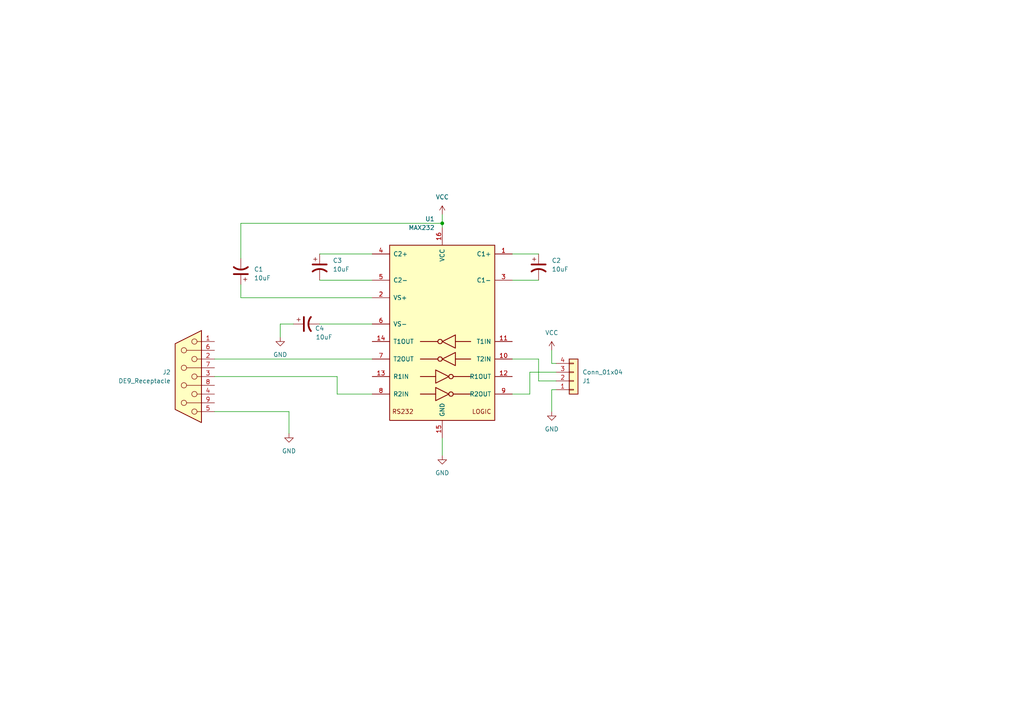
<source format=kicad_sch>
(kicad_sch (version 20230121) (generator eeschema)
  (paper "A4")
  (title_block (title "RS232 to Serial Port") (date "2023-09-08") (rev "1.0") (company "CoE KKU"))
  (lib_symbols
    (symbol "Connector:DE9_Receptacle" (pin_names (offset 1.016) hide)
      (property "Reference" "J" (at 0 13.97 0))
      (property "Value" "DE9_Receptacle" (at 0 -14.605 0))
      (symbol "DE9_Receptacle_0_1"
        (circle (center -1.778 -10.16) (radius 0.762))
        (circle (center -1.778 -5.08) (radius 0.762))
        (circle (center -1.778 0) (radius 0.762))
        (circle (center -1.778 5.08) (radius 0.762))
        (circle (center -1.778 10.16) (radius 0.762))
        (polyline (pts (xy -3.81 -10.16) (xy -2.54 -10.16)))
        (polyline (pts (xy -3.81 -7.62) (xy 0.508 -7.62)))
        (polyline (pts (xy -3.81 -5.08) (xy -2.54 -5.08)))
        (polyline (pts (xy -3.81 -2.54) (xy 0.508 -2.54)))
        (polyline (pts (xy -3.81 0) (xy -2.54 0)))
        (polyline (pts (xy -3.81 2.54) (xy 0.508 2.54)))
        (polyline (pts (xy -3.81 5.08) (xy -2.54 5.08)))
        (polyline (pts (xy -3.81 7.62) (xy 0.508 7.62)))
        (polyline (pts (xy -3.81 10.16) (xy -2.54 10.16)))
        (polyline (pts (xy -3.81 13.335) (xy -3.81 -13.335) (xy 3.81 -9.525) (xy 3.81 9.525) (xy -3.81 13.335)) (stroke (width 0.254)) (fill (type background)))
        (circle (center 1.27 -7.62) (radius 0.762))
        (circle (center 1.27 -2.54) (radius 0.762))
        (circle (center 1.27 2.54) (radius 0.762))
        (circle (center 1.27 7.62) (radius 0.762))
      )
      (symbol "DE9_Receptacle_1_1"
        (pin passive line (at -7.62 10.16 0) (length 3.81) (name "1") (number "1"))
        (pin passive line (at -7.62 5.08 0) (length 3.81) (name "2") (number "2"))
        (pin passive line (at -7.62 0 0) (length 3.81) (name "3") (number "3"))
        (pin passive line (at -7.62 -5.08 0) (length 3.81) (name "4") (number "4"))
        (pin passive line (at -7.62 -10.16 0) (length 3.81) (name "5") (number "5"))
        (pin passive line (at -7.62 7.62 0) (length 3.81) (name "6") (number "6"))
        (pin passive line (at -7.62 2.54 0) (length 3.81) (name "7") (number "7"))
        (pin passive line (at -7.62 -2.54 0) (length 3.81) (name "8") (number "8"))
        (pin passive line (at -7.62 -7.62 0) (length 3.81) (name "9") (number "9"))
      )
    )
    (symbol "Connector_Generic:Conn_01x04" (pin_names (offset 1.016) hide)
      (property "Reference" "J" (at 0 5.08 0))
      (property "Value" "Conn_01x04" (at 0 -7.62 0))
      (symbol "Conn_01x04_1_1"
        (rectangle (start -1.27 -4.953) (end 0 -5.207) (stroke (width 0.1524)))
        (rectangle (start -1.27 -2.413) (end 0 -2.667) (stroke (width 0.1524)))
        (rectangle (start -1.27 0.127) (end 0 -0.127) (stroke (width 0.1524)))
        (rectangle (start -1.27 2.667) (end 0 2.413) (stroke (width 0.1524)))
        (rectangle (start -1.27 3.81) (end 1.27 -6.35) (stroke (width 0.254)) (fill (type background)))
        (pin passive line (at -5.08 2.54 0) (length 3.81) (name "Pin_1") (number "1"))
        (pin passive line (at -5.08 0 0) (length 3.81) (name "Pin_2") (number "2"))
        (pin passive line (at -5.08 -2.54 0) (length 3.81) (name "Pin_3") (number "3"))
        (pin passive line (at -5.08 -5.08 0) (length 3.81) (name "Pin_4") (number "4"))
      )
    )
    (symbol "Device:C_Polarized_US" (pin_numbers hide) (pin_names (offset 0.254) hide)
      (property "Reference" "C" (at 0.635 2.54 0))
      (property "Value" "C_Polarized_US" (at 0.635 -2.54 0))
      (symbol "C_Polarized_US_0_1"
        (polyline (pts (xy -2.032 0.762) (xy 2.032 0.762)) (stroke (width 0.508)))
        (polyline (pts (xy -1.778 2.286) (xy -0.762 2.286)))
        (polyline (pts (xy -1.27 1.778) (xy -1.27 2.794)))
        (arc (start 2.032 -1.27) (mid 0 -0.5572) (end -2.032 -1.27) (stroke (width 0.508)))
      )
      (symbol "C_Polarized_US_1_1"
        (pin passive line (at 0 3.81 270) (length 2.794) (name "~") (number "1"))
        (pin passive line (at 0 -3.81 90) (length 3.302) (name "~") (number "2"))
      )
    )
    (symbol "GND_1" (power) (pin_numbers hide) (pin_names (offset 0) hide)
      (property "Value" "GND_1" (at 0 -3.81 0))
      (symbol "GND_1_0_1"
        (polyline (pts (xy 0 0) (xy 0 -1.27) (xy 1.27 -1.27) (xy 0 -2.54) (xy -1.27 -1.27) (xy 0 -1.27)))
      )
      (symbol "GND_1_1_1"
        (pin power_in line (at 0 0 270) (length 0) hide (name "GND") (number "1"))
      )
    )
    (symbol "GND_2" (power) (pin_numbers hide) (pin_names (offset 0) hide)
      (property "Value" "GND_2" (at 0 -3.81 0))
      (symbol "GND_2_0_1"
        (polyline (pts (xy 0 0) (xy 0 -1.27) (xy 1.27 -1.27) (xy 0 -2.54) (xy -1.27 -1.27) (xy 0 -1.27)))
      )
      (symbol "GND_2_1_1"
        (pin power_in line (at 0 0 270) (length 0) hide (name "GND") (number "1"))
      )
    )
    (symbol "GND_3" (power) (pin_numbers hide) (pin_names (offset 0) hide)
      (property "Value" "GND_3" (at 0 -3.81 0))
      (symbol "GND_3_0_1"
        (polyline (pts (xy 0 0) (xy 0 -1.27) (xy 1.27 -1.27) (xy 0 -2.54) (xy -1.27 -1.27) (xy 0 -1.27)))
      )
      (symbol "GND_3_1_1"
        (pin power_in line (at 0 0 270) (length 0) hide (name "GND") (number "1"))
      )
    )
    (symbol "Interface_UART:MAX232" (pin_names (offset 1.016))
      (property "Reference" "U" (at -2.54 28.575 0))
      (property "Value" "MAX232" (at -2.54 26.67 0))
      (symbol "MAX232_0_0"
        (text "LOGIC" (at -11.43 -22.86 0) (effects (font (size 1.27 1.27))))
        (text "RS232" (at 11.43 -22.86 0) (effects (font (size 1.27 1.27))))
      )
      (symbol "MAX232_0_1"
        (rectangle (start -15.24 -25.4) (end 15.24 25.4) (stroke (width 0.254)) (fill (type background)))
        (circle (center -2.54 -17.78) (radius 0.635) (stroke (width 0.254)))
        (circle (center -2.54 -12.7) (radius 0.635) (stroke (width 0.254)))
        (polyline (pts (xy -3.81 -7.62) (xy -8.255 -7.62)) (stroke (width 0.254)))
        (polyline (pts (xy -3.81 -2.54) (xy -8.255 -2.54)) (stroke (width 0.254)))
        (polyline (pts (xy -3.175 -17.78) (xy -8.255 -17.78)) (stroke (width 0.254)))
        (polyline (pts (xy -3.175 -12.7) (xy -8.255 -12.7)) (stroke (width 0.254)))
        (polyline (pts (xy 1.27 -7.62) (xy 6.35 -7.62)) (stroke (width 0.254)))
        (polyline (pts (xy 1.27 -2.54) (xy 6.35 -2.54)) (stroke (width 0.254)))
        (polyline (pts (xy 1.905 -17.78) (xy 6.35 -17.78)) (stroke (width 0.254)))
        (polyline (pts (xy 1.905 -12.7) (xy 6.35 -12.7)) (stroke (width 0.254)))
        (polyline (pts (xy -3.81 -5.715) (xy -3.81 -9.525) (xy 0 -7.62) (xy -3.81 -5.715)) (stroke (width 0.254)))
        (polyline (pts (xy -3.81 -0.635) (xy -3.81 -4.445) (xy 0 -2.54) (xy -3.81 -0.635)) (stroke (width 0.254)))
        (polyline (pts (xy 1.905 -15.875) (xy 1.905 -19.685) (xy -1.905 -17.78) (xy 1.905 -15.875)) (stroke (width 0.254)))
        (polyline (pts (xy 1.905 -10.795) (xy 1.905 -14.605) (xy -1.905 -12.7) (xy 1.905 -10.795)) (stroke (width 0.254)))
        (circle (center 0.635 -7.62) (radius 0.635) (stroke (width 0.254)))
        (circle (center 0.635 -2.54) (radius 0.635) (stroke (width 0.254)))
      )
      (symbol "MAX232_1_1"
        (pin passive line (at -20.32 22.86 0) (length 5.08) (name "C1+") (number "1"))
        (pin input line (at -20.32 -7.62 0) (length 5.08) (name "T2IN") (number "10"))
        (pin input line (at -20.32 -2.54 0) (length 5.08) (name "T1IN") (number "11"))
        (pin output line (at -20.32 -12.7 0) (length 5.08) (name "R1OUT") (number "12"))
        (pin input line (at 20.32 -12.7 180) (length 5.08) (name "R1IN") (number "13"))
        (pin output line (at 20.32 -2.54 180) (length 5.08) (name "T1OUT") (number "14"))
        (pin power_in line (at 0 -30.48 90) (length 5.08) (name "GND") (number "15"))
        (pin power_in line (at 0 30.48 270) (length 5.08) (name "VCC") (number "16"))
        (pin power_out line (at 20.32 10.16 180) (length 5.08) (name "VS+") (number "2"))
        (pin passive line (at -20.32 15.24 0) (length 5.08) (name "C1-") (number "3"))
        (pin passive line (at 20.32 22.86 180) (length 5.08) (name "C2+") (number "4"))
        (pin passive line (at 20.32 15.24 180) (length 5.08) (name "C2-") (number "5"))
        (pin power_out line (at 20.32 2.54 180) (length 5.08) (name "VS-") (number "6"))
        (pin output line (at 20.32 -7.62 180) (length 5.08) (name "T2OUT") (number "7"))
        (pin input line (at 20.32 -17.78 180) (length 5.08) (name "R2IN") (number "8"))
        (pin output line (at -20.32 -17.78 0) (length 5.08) (name "R2OUT") (number "9"))
      )
    )
    (symbol "VCC_1" (power) (pin_numbers hide) (pin_names (offset 0) hide)
      (property "Value" "VCC_1" (at 0 3.81 0))
      (symbol "VCC_1_0_1"
        (polyline (pts (xy -0.762 1.27) (xy 0 2.54)))
        (polyline (pts (xy 0 0) (xy 0 2.54)))
        (polyline (pts (xy 0 2.54) (xy 0.762 1.27)))
      )
      (symbol "VCC_1_1_1"
        (pin power_in line (at 0 0 90) (length 0) hide (name "VCC") (number "1"))
      )
    )
    (symbol "power:GND" (power) (pin_numbers hide) (pin_names (offset 0) hide)
      (property "Value" "GND" (at 0 -3.81 0))
      (symbol "GND_0_1"
        (polyline (pts (xy 0 0) (xy 0 -1.27) (xy 1.27 -1.27) (xy 0 -2.54) (xy -1.27 -1.27) (xy 0 -1.27)))
      )
      (symbol "GND_1_1"
        (pin power_in line (at 0 0 270) (length 0) hide (name "GND") (number "1"))
      )
    )
    (symbol "power:VCC" (power) (pin_numbers hide) (pin_names (offset 0) hide)
      (property "Value" "VCC" (at 0 3.81 0))
      (symbol "VCC_0_1"
        (polyline (pts (xy -0.762 1.27) (xy 0 2.54)))
        (polyline (pts (xy 0 0) (xy 0 2.54)))
        (polyline (pts (xy 0 2.54) (xy 0.762 1.27)))
      )
      (symbol "VCC_1_1"
        (pin power_in line (at 0 0 90) (length 0) hide (name "VCC") (number "1"))
      )
    )
  )
  (junction (at 128.27 64.77))
  (wire (pts (xy 62.23 119.38) (xy 83.82 119.38)))
  (wire (pts (xy 62.23 109.22) (xy 97.79 109.22)))
  (wire (pts (xy 153.67 114.3) (xy 148.59 114.3)))
  (wire (pts (xy 69.85 86.36) (xy 107.95 86.36)))
  (wire (pts (xy 148.59 73.66) (xy 156.21 73.66)))
  (wire (pts (xy 92.71 93.98) (xy 107.95 93.98)))
  (wire (pts (xy 156.21 110.49) (xy 161.29 110.49)))
  (wire (pts (xy 153.67 107.95) (xy 153.67 114.3)))
  (wire (pts (xy 160.02 105.41) (xy 160.02 101.6)))
  (wire (pts (xy 83.82 119.38) (xy 83.82 125.73)))
  (wire (pts (xy 128.27 64.77) (xy 128.27 66.04)))
  (wire (pts (xy 161.29 107.95) (xy 153.67 107.95)))
  (wire (pts (xy 161.29 105.41) (xy 160.02 105.41)))
  (wire (pts (xy 81.28 93.98) (xy 81.28 97.79)))
  (wire (pts (xy 92.71 81.28) (xy 107.95 81.28)))
  (wire (pts (xy 69.85 64.77) (xy 128.27 64.77)))
  (wire (pts (xy 128.27 62.23) (xy 128.27 64.77)))
  (wire (pts (xy 148.59 104.14) (xy 156.21 104.14)))
  (wire (pts (xy 69.85 82.55) (xy 69.85 86.36)))
  (wire (pts (xy 160.02 113.03) (xy 160.02 119.38)))
  (wire (pts (xy 156.21 104.14) (xy 156.21 110.49)))
  (wire (pts (xy 69.85 74.93) (xy 69.85 64.77)))
  (wire (pts (xy 97.79 114.3) (xy 107.95 114.3)))
  (wire (pts (xy 85.09 93.98) (xy 81.28 93.98)))
  (wire (pts (xy 62.23 104.14) (xy 107.95 104.14)))
  (wire (pts (xy 97.79 109.22) (xy 97.79 114.3)))
  (wire (pts (xy 161.29 113.03) (xy 160.02 113.03)))
  (wire (pts (xy 148.59 81.28) (xy 156.21 81.28)))
  (wire (pts (xy 92.71 73.66) (xy 107.95 73.66)))
  (wire (pts (xy 128.27 127) (xy 128.27 132.08)))
  (symbol (lib_id "Device:C_Polarized_US") (at 88.9 93.98 90) (mirror x) (unit 1)
    (property "Reference" "C4" (at 92.71 95.25 90))
    (property "Value" "10uF" (at 93.98 97.79 90))
    (property "Footprint" "Capacitor_THT:CP_Radial_D5.0mm_P2.50mm" (effects hide))
  )
  (symbol (lib_id "Connector:DE9_Receptacle") (at 54.61 109.22 0) (mirror y) (unit 1)
    (property "Reference" "J2" (at 49.53 107.95 0) (effects (justify left)))
    (property "Value" "DE9_Receptacle" (at 49.53 110.49 0) (effects (justify left)))
    (property "Footprint" "Connector_Dsub:DSUB-9_Female_Horizontal_P2.77x2.84mm_EdgePinOffset7.70mm_Housed_MountingHolesOffset9.12mm" (effects hide))
    (property "Datasheet" " ~" (effects hide))
  )
  (symbol (lib_name "GND_3") (lib_id "power:GND") (at 128.27 132.08 0) (unit 1)
    (property "Reference" "#PWR03" (effects hide))
    (property "Value" "GND" (at 128.27 137.16 0))
  )
  (symbol (lib_id "power:VCC") (at 160.02 101.6 0) (unit 1)
    (property "Reference" "#PWR06" (effects hide))
    (property "Value" "VCC" (at 160.02 96.52 0))
  )
  (symbol (lib_name "GND_2") (lib_id "power:GND") (at 160.02 119.38 0) (unit 1)
    (property "Reference" "#PWR04" (effects hide))
    (property "Value" "GND" (at 160.02 124.46 0))
  )
  (symbol (lib_id "Device:C_Polarized_US") (at 156.21 77.47 0) (unit 1)
    (property "Reference" "C2" (at 160.02 75.565 0) (effects (justify left)))
    (property "Value" "10uF" (at 160.02 78.105 0) (effects (justify left)))
    (property "Footprint" "Capacitor_THT:CP_Radial_D5.0mm_P2.50mm" (effects hide))
  )
  (symbol (lib_id "Device:C_Polarized_US") (at 69.85 78.74 180) (unit 1)
    (property "Reference" "C1" (at 73.66 78.105 0) (effects (justify right)))
    (property "Value" "10uF" (at 73.66 80.645 0) (effects (justify right)))
    (property "Footprint" "Capacitor_THT:CP_Radial_D5.0mm_P2.50mm" (effects hide))
  )
  (symbol (lib_id "Connector_Generic:Conn_01x04") (at 166.37 110.49 0) (mirror x) (unit 1)
    (property "Reference" "J1" (at 168.91 110.49 0) (effects (justify left)))
    (property "Value" "Conn_01x04" (at 168.91 107.95 0) (effects (justify left)))
    (property "Footprint" "Connector_PinHeader_2.54mm:PinHeader_1x04_P2.54mm_Vertical" (effects hide))
  )
  (symbol (lib_id "Device:C_Polarized_US") (at 92.71 77.47 0) (unit 1)
    (property "Reference" "C3" (at 96.52 75.565 0) (effects (justify left)))
    (property "Value" "10uF" (at 96.52 78.105 0) (effects (justify left)))
    (property "Footprint" "Capacitor_THT:CP_Radial_D5.0mm_P2.50mm" (effects hide))
  )
  (symbol (lib_id "power:GND") (at 83.82 125.73 0) (unit 1)
    (property "Reference" "#PWR02" (effects hide))
    (property "Value" "GND" (at 83.82 130.81 0))
  )
  (symbol (lib_id "Interface_UART:MAX232") (at 128.27 96.52 0) (mirror y) (unit 1)
    (property "Reference" "U1" (at 126.0759 63.5 0) (effects (justify left)))
    (property "Value" "MAX232" (at 126.0759 66.04 0) (effects (justify left)))
    (property "Footprint" "Package_DIP:DIP-16_W7.62mm" (effects hide))
    (property "Datasheet" "http://www.ti.com/lit/ds/symlink/max232.pdf" (effects hide))
  )
  (symbol (lib_name "VCC_1") (lib_id "power:VCC") (at 128.27 62.23 0) (unit 1)
    (property "Reference" "#PWR05" (effects hide))
    (property "Value" "VCC" (at 128.27 57.15 0))
  )
  (symbol (lib_name "GND_1") (lib_id "power:GND") (at 81.28 97.79 0) (unit 1)
    (property "Reference" "#PWR01" (effects hide))
    (property "Value" "GND" (at 81.28 102.87 0))
  )
)
</source>
